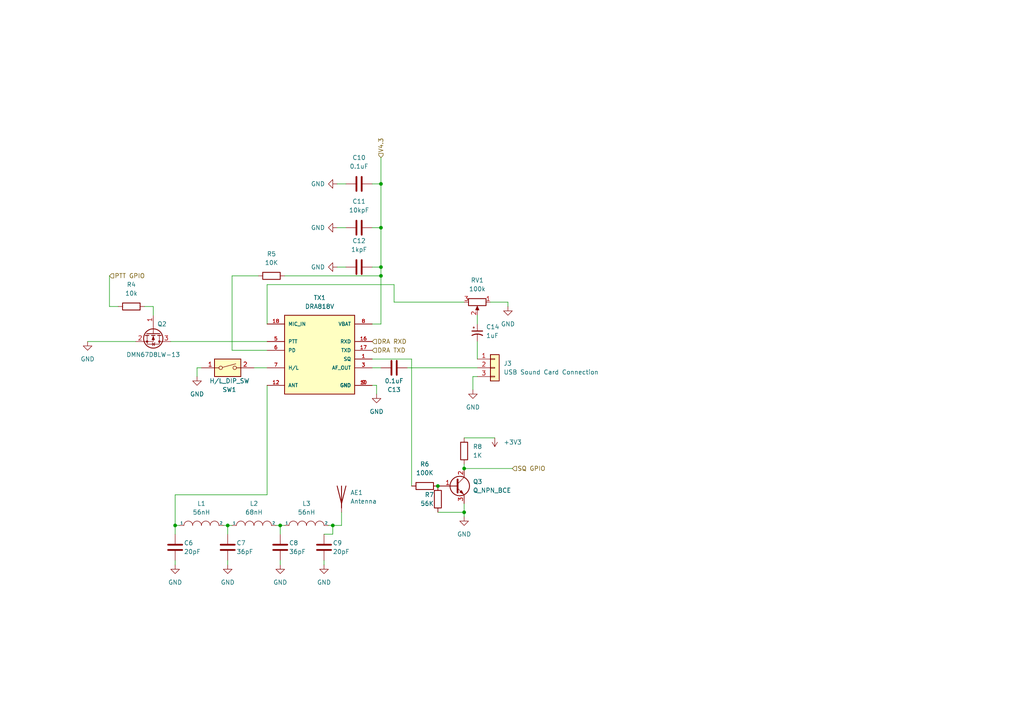
<source format=kicad_sch>
(kicad_sch (version 20211123) (generator eeschema)
  (paper "A4")
  (lib_symbols
    (symbol "Connector_Generic:Conn_01x03" (pin_names (offset 1.016) hide)
      (property "Reference" "J" (at 0 5.08 0))
      (property "Value" "Conn_01x03" (at 0 -5.08 0))
      (symbol "Conn_01x03_1_1"
        (rectangle (start -1.27 -2.413) (end 0 -2.667) (stroke (width 0.1524)))
        (rectangle (start -1.27 0.127) (end 0 -0.127) (stroke (width 0.1524)))
        (rectangle (start -1.27 2.667) (end 0 2.413) (stroke (width 0.1524)))
        (rectangle (start -1.27 3.81) (end 1.27 -3.81) (stroke (width 0.254)) (fill (type background)))
        (pin passive line (at -5.08 2.54 0) (length 3.81) (name "Pin_1") (number "1"))
        (pin passive line (at -5.08 0 0) (length 3.81) (name "Pin_2") (number "2"))
        (pin passive line (at -5.08 -2.54 0) (length 3.81) (name "Pin_3") (number "3"))
      )
    )
    (symbol "DRA818V:DRA818V" (pin_names (offset 1.016))
      (property "Reference" "U" (at -10.1661 13.2159 0))
      (property "Value" "DRA818V" (at -10.1663 -12.7078 0))
      (symbol "DRA818V_0_0"
        (rectangle (start -10.16 -10.16) (end 10.16 12.7) (stroke (width 0.254)) (fill (type background)))
        (pin output line (at 15.24 0 180) (length 5.08) (name "SQ") (number "1"))
        (pin power_in line (at 15.24 -7.62 180) (length 5.08) (name "GND") (number "10"))
        (pin passive line (at -15.24 -7.62 0) (length 5.08) (name "ANT") (number "12"))
        (pin input line (at 15.24 5.08 180) (length 5.08) (name "RXD") (number "16"))
        (pin output line (at 15.24 2.54 180) (length 5.08) (name "TXD") (number "17"))
        (pin input line (at -15.24 10.16 0) (length 5.08) (name "MIC_IN") (number "18"))
        (pin output line (at 15.24 -2.54 180) (length 5.08) (name "AF_OUT") (number "3"))
        (pin input line (at -15.24 5.08 0) (length 5.08) (name "PTT") (number "5"))
        (pin input line (at -15.24 2.54 0) (length 5.08) (name "PD") (number "6"))
        (pin input line (at -15.24 -2.54 0) (length 5.08) (name "H/L") (number "7"))
        (pin power_in line (at 15.24 10.16 180) (length 5.08) (name "VBAT") (number "8"))
        (pin power_in line (at 15.24 -7.62 180) (length 5.08) (name "GND") (number "9"))
      )
    )
    (symbol "Device:Antenna" (pin_numbers hide) (pin_names (offset 1.016) hide)
      (property "Reference" "AE" (at -1.905 1.905 0))
      (property "Value" "Antenna" (at -1.905 0 0))
      (symbol "Antenna_0_1"
        (polyline (pts (xy 0 2.54) (xy 0 -3.81)) (stroke (width 0.254)))
        (polyline (pts (xy 1.27 2.54) (xy 0 -2.54) (xy -1.27 2.54)) (stroke (width 0.254)))
      )
      (symbol "Antenna_1_1"
        (pin input line (at 0 -5.08 90) (length 2.54) (name "A") (number "1"))
      )
    )
    (symbol "Device:C" (pin_numbers hide) (pin_names (offset 0.254))
      (property "Reference" "C" (at 0.635 2.54 0))
      (property "Value" "C" (at 0.635 -2.54 0))
      (symbol "C_0_1"
        (polyline (pts (xy -2.032 -0.762) (xy 2.032 -0.762)) (stroke (width 0.508)))
        (polyline (pts (xy -2.032 0.762) (xy 2.032 0.762)) (stroke (width 0.508)))
      )
      (symbol "C_1_1"
        (pin passive line (at 0 3.81 270) (length 2.794) (name "~") (number "1"))
        (pin passive line (at 0 -3.81 90) (length 2.794) (name "~") (number "2"))
      )
    )
    (symbol "Device:C_Polarized_Small_US" (pin_numbers hide) (pin_names (offset 0.254) hide)
      (property "Reference" "C" (at 0.254 1.778 0))
      (property "Value" "C_Polarized_Small_US" (at 0.254 -2.032 0))
      (symbol "C_Polarized_Small_US_0_1"
        (polyline (pts (xy -1.524 0.508) (xy 1.524 0.508)) (stroke (width 0.3048)))
        (polyline (pts (xy -1.27 1.524) (xy -0.762 1.524)))
        (polyline (pts (xy -1.016 1.27) (xy -1.016 1.778)))
        (arc (start 1.524 -0.762) (mid 0 -0.3734) (end -1.524 -0.762) (stroke (width 0.3048)))
      )
      (symbol "C_Polarized_Small_US_1_1"
        (pin passive line (at 0 2.54 270) (length 2.032) (name "~") (number "1"))
        (pin passive line (at 0 -2.54 90) (length 2.032) (name "~") (number "2"))
      )
    )
    (symbol "Device:Q_NPN_BCE" (pin_names (offset 0) hide)
      (property "Reference" "Q" (at 5.08 1.27 0))
      (property "Value" "Q_NPN_BCE" (at 5.08 -1.27 0))
      (symbol "Q_NPN_BCE_0_1"
        (polyline (pts (xy 0.635 0.635) (xy 2.54 2.54)))
        (polyline (pts (xy 0.635 -0.635) (xy 2.54 -2.54) (xy 2.54 -2.54)))
        (polyline (pts (xy 0.635 1.905) (xy 0.635 -1.905) (xy 0.635 -1.905)) (stroke (width 0.508)))
        (polyline (pts (xy 1.27 -1.778) (xy 1.778 -1.27) (xy 2.286 -2.286) (xy 1.27 -1.778) (xy 1.27 -1.778)) (fill (type outline)))
        (circle (center 1.27 0) (radius 2.8194) (stroke (width 0.254)))
      )
      (symbol "Q_NPN_BCE_1_1"
        (pin input line (at -5.08 0 0) (length 5.715) (name "B") (number "1"))
        (pin passive line (at 2.54 5.08 270) (length 2.54) (name "C") (number "2"))
        (pin passive line (at 2.54 -5.08 90) (length 2.54) (name "E") (number "3"))
      )
    )
    (symbol "Device:R" (pin_numbers hide) (pin_names (offset 0))
      (property "Reference" "R" (at 2.032 0 90))
      (property "Value" "R" (at 0 0 90))
      (symbol "R_0_1"
        (rectangle (start -1.016 -2.54) (end 1.016 2.54) (stroke (width 0.254)))
      )
      (symbol "R_1_1"
        (pin passive line (at 0 3.81 270) (length 1.27) (name "~") (number "1"))
        (pin passive line (at 0 -3.81 90) (length 1.27) (name "~") (number "2"))
      )
    )
    (symbol "Device:R_Potentiometer" (pin_names (offset 1.016) hide)
      (property "Reference" "RV" (at -4.445 0 90))
      (property "Value" "R_Potentiometer" (at -2.54 0 90))
      (symbol "R_Potentiometer_0_1"
        (polyline (pts (xy 2.54 0) (xy 1.524 0)))
        (polyline (pts (xy 1.143 0) (xy 2.286 0.508) (xy 2.286 -0.508) (xy 1.143 0)) (fill (type outline)))
        (rectangle (start 1.016 2.54) (end -1.016 -2.54) (stroke (width 0.254)))
      )
      (symbol "R_Potentiometer_1_1"
        (pin passive line (at 0 3.81 270) (length 1.27) (name "1") (number "1"))
        (pin passive line (at 3.81 0 180) (length 1.27) (name "2") (number "2"))
        (pin passive line (at 0 -3.81 90) (length 1.27) (name "3") (number "3"))
      )
    )
    (symbol "Switch:SW_DIP_x01" (pin_names (offset 0) hide)
      (property "Reference" "SW" (at 0 3.81 0))
      (property "Value" "SW_DIP_x01" (at 0 -3.81 0))
      (symbol "SW_DIP_x01_0_0"
        (circle (center -2.032 0) (radius 0.508))
        (polyline (pts (xy -1.524 0.127) (xy 2.3622 1.1684)))
        (circle (center 2.032 0) (radius 0.508))
      )
      (symbol "SW_DIP_x01_0_1"
        (rectangle (start -3.81 2.54) (end 3.81 -2.54) (stroke (width 0.254)) (fill (type background)))
      )
      (symbol "SW_DIP_x01_1_1"
        (pin passive line (at -7.62 0 0) (length 5.08) (name "~") (number "1"))
        (pin passive line (at 7.62 0 180) (length 5.08) (name "~") (number "2"))
      )
    )
    (symbol "Transistor_FET:2N7002K" (pin_names hide)
      (property "Reference" "Q" (at 5.08 1.905 0))
      (property "Value" "2N7002K" (at 5.08 0 0))
      (symbol "2N7002K_0_1"
        (polyline (pts (xy 0.254 0) (xy -2.54 0)))
        (polyline (pts (xy 0.254 1.905) (xy 0.254 -1.905)) (stroke (width 0.254)))
        (polyline (pts (xy 0.762 -1.27) (xy 0.762 -2.286)) (stroke (width 0.254)))
        (polyline (pts (xy 0.762 0.508) (xy 0.762 -0.508)) (stroke (width 0.254)))
        (polyline (pts (xy 0.762 2.286) (xy 0.762 1.27)) (stroke (width 0.254)))
        (polyline (pts (xy 2.54 2.54) (xy 2.54 1.778)))
        (polyline (pts (xy 2.54 -2.54) (xy 2.54 0) (xy 0.762 0)))
        (polyline (pts (xy 0.762 -1.778) (xy 3.302 -1.778) (xy 3.302 1.778) (xy 0.762 1.778)))
        (polyline (pts (xy 1.016 0) (xy 2.032 0.381) (xy 2.032 -0.381) (xy 1.016 0)) (fill (type outline)))
        (polyline (pts (xy 2.794 0.508) (xy 2.921 0.381) (xy 3.683 0.381) (xy 3.81 0.254)))
        (polyline (pts (xy 3.302 0.381) (xy 2.921 -0.254) (xy 3.683 -0.254) (xy 3.302 0.381)))
        (circle (center 1.651 0) (radius 2.794) (stroke (width 0.254)))
        (circle (center 2.54 -1.778) (radius 0.254) (fill (type outline)))
        (circle (center 2.54 1.778) (radius 0.254) (fill (type outline)))
      )
      (symbol "2N7002K_1_1"
        (pin input line (at -5.08 0 0) (length 2.54) (name "G") (number "1"))
        (pin passive line (at 2.54 -5.08 90) (length 2.54) (name "S") (number "2"))
        (pin passive line (at 2.54 5.08 270) (length 2.54) (name "D") (number "3"))
      )
    )
    (symbol "power:+3V3" (power) (pin_names (offset 0))
      (property "Value" "+3V3" (at 0 3.556 0))
      (symbol "+3V3_0_1"
        (polyline (pts (xy -0.762 1.27) (xy 0 2.54)))
        (polyline (pts (xy 0 0) (xy 0 2.54)))
        (polyline (pts (xy 0 2.54) (xy 0.762 1.27)))
      )
      (symbol "+3V3_1_1"
        (pin power_in line (at 0 0 90) (length 0) hide (name "+3V3") (number "1"))
      )
    )
    (symbol "power:GND" (power) (pin_names (offset 0))
      (property "Value" "GND" (at 0 -3.81 0))
      (symbol "GND_0_1"
        (polyline (pts (xy 0 0) (xy 0 -1.27) (xy 1.27 -1.27) (xy 0 -2.54) (xy -1.27 -1.27) (xy 0 -1.27)))
      )
      (symbol "GND_1_1"
        (pin power_in line (at 0 0 270) (length 0) hide (name "GND") (number "1"))
      )
    )
    (symbol "pspice:INDUCTOR" (pin_numbers hide) (pin_names (offset 0))
      (property "Reference" "L" (at 0 2.54 0))
      (property "Value" "INDUCTOR" (at 0 -1.27 0))
      (symbol "INDUCTOR_0_1"
        (arc (start -2.54 0) (mid -3.81 1.27) (end -5.08 0))
        (arc (start 0 0) (mid -1.27 1.27) (end -2.54 0))
        (arc (start 2.54 0) (mid 1.27 1.27) (end 0 0))
        (arc (start 5.08 0) (mid 3.81 1.27) (end 2.54 0))
      )
      (symbol "INDUCTOR_1_1"
        (pin input line (at -6.35 0 0) (length 1.27) (name "1") (number "1"))
        (pin input line (at 6.35 0 180) (length 1.27) (name "2") (number "2"))
      )
    )
  )
  (junction (at 110.49 80.01))
  (junction (at 110.49 66.04))
  (junction (at 134.62 135.89))
  (junction (at 66.04 152.4))
  (junction (at 127 140.97))
  (junction (at 50.8 152.4))
  (junction (at 110.49 53.34))
  (junction (at 110.49 77.47))
  (junction (at 134.62 148.59))
  (junction (at 96.52 152.4))
  (junction (at 81.28 152.4))
  (wire (pts (xy 82.55 80.01) (xy 110.49 80.01)))
  (wire (pts (xy 81.28 162.56) (xy 81.28 163.83)))
  (wire (pts (xy 118.11 106.68) (xy 138.43 106.68)))
  (wire (pts (xy 96.52 152.4) (xy 99.06 152.4)))
  (wire (pts (xy 64.77 152.4) (xy 66.04 152.4)))
  (wire (pts (xy 147.32 87.63) (xy 147.32 88.9)))
  (wire (pts (xy 58.42 106.68) (xy 57.15 106.68)))
  (wire (pts (xy 110.49 80.01) (xy 110.49 93.98)))
  (wire (pts (xy 66.04 162.56) (xy 66.04 163.83)))
  (wire (pts (xy 57.15 106.68) (xy 57.15 109.22)))
  (wire (pts (xy 107.95 77.47) (xy 110.49 77.47)))
  (wire (pts (xy 134.62 87.63) (xy 114.3 87.63)))
  (wire (pts (xy 97.79 77.47) (xy 100.33 77.47)))
  (wire (pts (xy 77.47 143.51) (xy 77.47 111.76)))
  (wire (pts (xy 41.91 88.9) (xy 44.45 88.9)))
  (wire (pts (xy 81.28 152.4) (xy 81.28 154.94)))
  (wire (pts (xy 77.47 82.55) (xy 77.47 93.98)))
  (wire (pts (xy 138.43 91.44) (xy 138.43 93.98)))
  (wire (pts (xy 134.62 135.89) (xy 148.59 135.89)))
  (wire (pts (xy 50.8 162.56) (xy 50.8 163.83)))
  (wire (pts (xy 138.43 109.22) (xy 137.16 109.22)))
  (wire (pts (xy 67.31 101.6) (xy 67.31 80.01)))
  (wire (pts (xy 66.04 152.4) (xy 66.04 154.94)))
  (wire (pts (xy 134.62 127) (xy 143.51 127)))
  (wire (pts (xy 50.8 143.51) (xy 77.47 143.51)))
  (wire (pts (xy 109.22 111.76) (xy 109.22 114.3)))
  (wire (pts (xy 44.45 88.9) (xy 44.45 91.44)))
  (wire (pts (xy 96.52 152.4) (xy 96.52 154.94)))
  (wire (pts (xy 25.4 99.06) (xy 39.37 99.06)))
  (wire (pts (xy 114.3 87.63) (xy 114.3 82.55)))
  (wire (pts (xy 119.38 104.14) (xy 119.38 140.97)))
  (wire (pts (xy 93.98 154.94) (xy 96.52 154.94)))
  (wire (pts (xy 110.49 53.34) (xy 110.49 66.04)))
  (wire (pts (xy 107.95 53.34) (xy 110.49 53.34)))
  (wire (pts (xy 50.8 152.4) (xy 50.8 143.51)))
  (wire (pts (xy 93.98 162.56) (xy 93.98 163.83)))
  (wire (pts (xy 110.49 77.47) (xy 110.49 80.01)))
  (wire (pts (xy 137.16 109.22) (xy 137.16 113.03)))
  (wire (pts (xy 134.62 148.59) (xy 134.62 149.86)))
  (wire (pts (xy 99.06 148.59) (xy 99.06 152.4)))
  (wire (pts (xy 95.25 152.4) (xy 96.52 152.4)))
  (wire (pts (xy 138.43 99.06) (xy 138.43 104.14)))
  (wire (pts (xy 80.01 152.4) (xy 81.28 152.4)))
  (wire (pts (xy 50.8 152.4) (xy 52.07 152.4)))
  (wire (pts (xy 127 148.59) (xy 134.62 148.59)))
  (wire (pts (xy 134.62 134.62) (xy 134.62 135.89)))
  (wire (pts (xy 66.04 152.4) (xy 67.31 152.4)))
  (wire (pts (xy 50.8 154.94) (xy 50.8 152.4)))
  (wire (pts (xy 107.95 111.76) (xy 109.22 111.76)))
  (wire (pts (xy 107.95 66.04) (xy 110.49 66.04)))
  (wire (pts (xy 31.75 80.01) (xy 31.75 88.9)))
  (wire (pts (xy 134.62 146.05) (xy 134.62 148.59)))
  (wire (pts (xy 97.79 66.04) (xy 100.33 66.04)))
  (wire (pts (xy 107.95 93.98) (xy 110.49 93.98)))
  (wire (pts (xy 31.75 88.9) (xy 34.29 88.9)))
  (wire (pts (xy 110.49 45.72) (xy 110.49 53.34)))
  (wire (pts (xy 114.3 82.55) (xy 77.47 82.55)))
  (wire (pts (xy 110.49 66.04) (xy 110.49 77.47)))
  (wire (pts (xy 107.95 104.14) (xy 119.38 104.14)))
  (wire (pts (xy 67.31 101.6) (xy 77.47 101.6)))
  (wire (pts (xy 81.28 152.4) (xy 82.55 152.4)))
  (wire (pts (xy 97.79 53.34) (xy 100.33 53.34)))
  (wire (pts (xy 67.31 80.01) (xy 74.93 80.01)))
  (wire (pts (xy 49.53 99.06) (xy 77.47 99.06)))
  (wire (pts (xy 142.24 87.63) (xy 147.32 87.63)))
  (wire (pts (xy 107.95 106.68) (xy 110.49 106.68)))
  (wire (pts (xy 73.66 106.68) (xy 77.47 106.68)))
  (hierarchical_label "V4.3" (shape input) (at 110.49 45.72 90))
  (hierarchical_label "DRA TXD" (shape input) (at 107.95 101.6 0))
  (hierarchical_label "DRA RXD" (shape input) (at 107.95 99.06 0))
  (hierarchical_label "SQ GPIO" (shape input) (at 148.59 135.89 0))
  (hierarchical_label "PTT GPIO" (shape input) (at 31.75 80.01 0))
  (symbol (lib_id "Device:R") (at 134.62 130.81 0) (unit 1)
    (property "Reference" "R8" (at 137.16 129.5399 0) (effects (justify left)))
    (property "Value" "1K" (at 137.16 132.0799 0) (effects (justify left)))
    (property "Footprint" "Resistor_SMD:R_0603_1608Metric_Pad0.98x0.95mm_HandSolder" (effects hide))
    (property "Digikey" "https://www.digikey.com/short/f10jtr77" (effects hide))
    (property "Unit Price" "0.10" (effects hide))
  )
  (symbol (lib_id "pspice:INDUCTOR") (at 73.66 152.4 0) (unit 1)
    (property "Reference" "L2" (at 73.66 146.05 0))
    (property "Value" "68nH" (at 73.66 148.59 0))
    (property "Footprint" "footprints:IND_AIAC-1812-33NK-T" (effects hide))
    (property "Digikey" "https://www.digikey.com/short/p9jjjhfr" (effects hide))
    (property "Unit Price" ".63" (effects hide))
  )
  (symbol (lib_id "power:GND") (at 97.79 77.47 270) (unit 1)
    (property "Reference" "#PWR0130" (effects hide))
    (property "Value" "GND" (at 90.17 77.47 90) (effects (justify left)))
  )
  (symbol (lib_id "power:GND") (at 97.79 53.34 270) (unit 1)
    (property "Reference" "#PWR0128" (effects hide))
    (property "Value" "GND" (at 90.17 53.34 90) (effects (justify left)))
  )
  (symbol (lib_id "power:GND") (at 93.98 163.83 0) (unit 1)
    (property "Reference" "#PWR0136" (effects hide))
    (property "Value" "GND" (at 93.98 168.91 0))
  )
  (symbol (lib_id "pspice:INDUCTOR") (at 88.9 152.4 0) (unit 1)
    (property "Reference" "L3" (at 88.9 146.05 0))
    (property "Value" "56nH" (at 88.9 148.59 0))
    (property "Footprint" "footprints:IND_AIAC-1812-33NK-T" (effects hide))
    (property "Digikey" "https://www.digikey.com/short/9vrrnz3q" (effects hide))
    (property "Unit Price" ".67" (effects hide))
  )
  (symbol (lib_id "power:GND") (at 147.32 88.9 0) (unit 1)
    (property "Reference" "#PWR0126" (effects hide))
    (property "Value" "GND" (at 147.32 93.98 0))
  )
  (symbol (lib_id "Device:C") (at 114.3 106.68 90) (unit 1)
    (property "Reference" "C13" (at 114.3 113.03 90))
    (property "Value" "0.1uF" (at 114.3 110.49 90))
    (property "Footprint" "Capacitor_SMD:C_0603_1608Metric_Pad1.08x0.95mm_HandSolder" (effects hide))
    (property "Digikey" "https://www.digikey.com/short/3wn2fdb2" (effects hide))
    (property "Unit Price" "0.10" (effects hide))
  )
  (symbol (lib_id "power:GND") (at 134.62 149.86 0) (unit 1)
    (property "Reference" "#PWR0127" (effects hide))
    (property "Value" "GND" (at 134.62 154.94 0))
  )
  (symbol (lib_id "power:GND") (at 81.28 163.83 0) (unit 1)
    (property "Reference" "#PWR0134" (effects hide))
    (property "Value" "GND" (at 81.28 168.91 0))
  )
  (symbol (lib_id "Connector_Generic:Conn_01x03") (at 143.51 106.68 0) (unit 1)
    (property "Reference" "J3" (at 146.05 105.4099 0) (effects (justify left)))
    (property "Value" "USB Sound Card Connection" (at 146.05 107.9499 0) (effects (justify left)))
    (property "Footprint" "Connector_PinHeader_2.54mm:PinHeader_1x03_P2.54mm_Vertical" (effects hide))
    (property "Digikey" "Already Have" (effects hide))
  )
  (symbol (lib_id "power:GND") (at 50.8 163.83 0) (unit 1)
    (property "Reference" "#PWR0135" (effects hide))
    (property "Value" "GND" (at 50.8 168.91 0))
  )
  (symbol (lib_id "Device:C") (at 104.14 53.34 90) (unit 1)
    (property "Reference" "C10" (at 104.14 45.72 90))
    (property "Value" "0.1uF" (at 104.14 48.26 90))
    (property "Footprint" "Capacitor_SMD:C_0603_1608Metric_Pad1.08x0.95mm_HandSolder" (effects hide))
    (property "Digikey" "https://www.digikey.com/short/3wn2fdb2" (effects hide))
    (property "Unit Price" "0.10" (effects hide))
  )
  (symbol (lib_id "Device:R") (at 123.19 140.97 90) (unit 1)
    (property "Reference" "R6" (at 123.19 134.62 90))
    (property "Value" "100K" (at 123.19 137.16 90))
    (property "Footprint" "Resistor_SMD:R_0603_1608Metric_Pad0.98x0.95mm_HandSolder" (effects hide))
    (property "Digikey" "https://www.digikey.com/short/djq9jdpp" (effects hide))
    (property "Unit Price" "0.10" (effects hide))
  )
  (symbol (lib_id "Device:C") (at 81.28 158.75 0) (unit 1)
    (property "Reference" "C8" (at 83.82 157.48 0) (effects (justify left)))
    (property "Value" "36pF" (at 83.82 160.02 0) (effects (justify left)))
    (property "Footprint" "Capacitor_SMD:C_0603_1608Metric_Pad1.08x0.95mm_HandSolder" (effects hide))
    (property "Digikey" "https://www.digikey.com/short/327pncbq" (effects hide))
    (property "Unit Price" "0.10" (effects hide))
  )
  (symbol (lib_id "power:GND") (at 137.16 113.03 0) (unit 1)
    (property "Reference" "#PWR0122" (effects hide))
    (property "Value" "GND" (at 137.16 118.11 0))
  )
  (symbol (lib_id "power:+3V3") (at 143.51 127 180) (unit 1)
    (property "Reference" "#PWR0123" (effects hide))
    (property "Value" "+3V3" (at 146.05 128.2699 0) (effects (justify right)))
  )
  (symbol (lib_id "Device:C") (at 50.8 158.75 0) (unit 1)
    (property "Reference" "C6" (at 53.34 157.48 0) (effects (justify left)))
    (property "Value" "20pF" (at 53.34 160.02 0) (effects (justify left)))
    (property "Footprint" "Capacitor_SMD:C_0603_1608Metric_Pad1.08x0.95mm_HandSolder" (effects hide))
    (property "Digikey" "https://www.digikey.com/short/fmjn8mbp" (effects hide))
    (property "Unit Price" "0.10" (effects hide))
  )
  (symbol (lib_id "Device:Antenna") (at 99.06 143.51 0) (unit 1)
    (property "Reference" "AE1" (at 101.6 142.8749 0) (effects (justify left)))
    (property "Value" "Antenna" (at 101.6 145.4149 0) (effects (justify left)))
    (property "Footprint" "footprints:LINX_CONSMA001-G" (effects hide))
  )
  (symbol (lib_id "Device:C") (at 93.98 158.75 0) (unit 1)
    (property "Reference" "C9" (at 96.52 157.48 0) (effects (justify left)))
    (property "Value" "20pF" (at 96.52 160.02 0) (effects (justify left)))
    (property "Footprint" "Capacitor_SMD:C_0603_1608Metric_Pad1.08x0.95mm_HandSolder" (effects hide))
    (property "Digikey" "https://www.digikey.com/short/fmjn8mbp" (effects hide))
    (property "Unit Price" "0.10" (effects hide))
  )
  (symbol (lib_id "Device:R_Potentiometer") (at 138.43 87.63 270) (unit 1)
    (property "Reference" "RV1" (at 138.43 81.28 90))
    (property "Value" "100k" (at 138.43 83.82 90))
    (property "Footprint" "footprints:TRIM_3361P-1-104GLF" (effects hide))
    (property "Digikey" "https://www.digikey.com/short/vp58mvrf" (effects hide))
    (property "Unit Price" "1.27" (effects hide))
  )
  (symbol (lib_id "power:GND") (at 109.22 114.3 0) (unit 1)
    (property "Reference" "#PWR0125" (effects hide))
    (property "Value" "GND" (at 109.22 119.38 0))
  )
  (symbol (lib_id "Switch:SW_DIP_x01") (at 66.04 106.68 0) (unit 1)
    (property "Reference" "SW1" (at 68.58 113.03 0) (effects (justify right)))
    (property "Value" "H/L_DIP_SW" (at 72.39 110.49 0) (effects (justify right)))
    (property "Footprint" "Button_Switch_THT:SW_DIP_SPSTx01_Slide_6.7x4.1mm_W7.62mm_P2.54mm_LowProfile" (effects hide))
    (property "Digikey" "https://www.digikey.com/short/hh7p03qq" (effects hide))
    (property "Unit Price" "0.42" (effects hide))
  )
  (symbol (lib_id "Device:R") (at 78.74 80.01 90) (unit 1)
    (property "Reference" "R5" (at 78.74 73.66 90))
    (property "Value" "10K" (at 78.74 76.2 90))
    (property "Footprint" "Resistor_SMD:R_0805_2012Metric_Pad1.20x1.40mm_HandSolder" (effects hide))
    (property "Digikey" "https://www.digikey.com/short/qp0zwmnj" (effects hide))
    (property "Unit Price" "0.10" (effects hide))
  )
  (symbol (lib_id "Transistor_FET:2N7002K") (at 44.45 96.52 270) (unit 1)
    (property "Reference" "Q2" (at 46.99 93.98 90))
    (property "Value" "DMN67D8LW-13" (at 44.45 102.87 90))
    (property "Footprint" "Package_TO_SOT_SMD:SOT-323_SC-70_Handsoldering" (effects hide))
    (property "Datasheet" "https://www.diodes.com/assets/Datasheets/ds30896.pdf" (effects hide))
    (property "Digikey" "https://www.digikey.com/short/vpj3wh87" (effects hide))
    (property "Unit Price" "0.26" (effects hide))
  )
  (symbol (lib_id "Device:C") (at 104.14 66.04 90) (unit 1)
    (property "Reference" "C11" (at 104.14 58.42 90))
    (property "Value" "10kpF" (at 104.14 60.96 90))
    (property "Footprint" "Capacitor_SMD:C_0603_1608Metric_Pad1.08x0.95mm_HandSolder" (effects hide))
    (property "Digikey" "https://www.digikey.com/short/0b20twhm" (effects hide))
    (property "Unit Price" "0.10" (effects hide))
  )
  (symbol (lib_id "Device:C_Polarized_Small_US") (at 138.43 96.52 0) (unit 1)
    (property "Reference" "C14" (at 140.97 94.8181 0) (effects (justify left)))
    (property "Value" "1uF" (at 140.97 97.3581 0) (effects (justify left)))
    (property "Footprint" "Capacitor_SMD:C_0603_1608Metric_Pad1.08x0.95mm_HandSolder" (effects hide))
    (property "Digikey" "https://www.digikey.com/short/mb0p55bt" (effects hide))
    (property "Unit Price" "0.10" (effects hide))
  )
  (symbol (lib_id "power:GND") (at 57.15 109.22 0) (unit 1)
    (property "Reference" "#PWR0131" (effects hide))
    (property "Value" "GND" (at 57.15 114.3 0))
  )
  (symbol (lib_id "Device:C") (at 66.04 158.75 0) (unit 1)
    (property "Reference" "C7" (at 68.58 157.48 0) (effects (justify left)))
    (property "Value" "36pF" (at 68.58 160.02 0) (effects (justify left)))
    (property "Footprint" "Capacitor_SMD:C_0603_1608Metric_Pad1.08x0.95mm_HandSolder" (effects hide))
    (property "Digikey" "https://www.digikey.com/short/327pncbq" (effects hide))
    (property "Unit Price" "0.10" (effects hide))
  )
  (symbol (lib_id "DRA818V:DRA818V") (at 92.71 104.14 0) (unit 1)
    (property "Reference" "TX1" (at 92.71 86.36 0))
    (property "Value" "DRA818V" (at 92.71 88.9 0))
    (property "Footprint" "footprints:DORJI_DRA818V" (effects hide))
    (property "MANUFACTURER" "DORJI" (effects hide))
    (property "STANDARD" "MANUFACTURER RECOMMENDATIONS" (effects hide))
    (property "PART_REV" "1.23" (effects hide))
    (property "Digikey" "eBay" (effects hide))
    (property "Unit Price" "12.28" (effects hide))
  )
  (symbol (lib_id "Device:Q_NPN_BCE") (at 132.08 140.97 0) (unit 1)
    (property "Reference" "Q3" (at 137.16 139.6999 0) (effects (justify left)))
    (property "Value" "Q_NPN_BCE" (at 137.16 142.2399 0) (effects (justify left)))
    (property "Footprint" "Package_TO_SOT_SMD:SOT-23" (effects hide))
    (property "Digikey" "https://www.digikey.com/short/b477vdt4" (effects hide))
    (property "Unit Price" "$0.18" (effects hide))
  )
  (symbol (lib_id "power:GND") (at 97.79 66.04 270) (unit 1)
    (property "Reference" "#PWR0129" (effects hide))
    (property "Value" "GND" (at 90.17 66.04 90) (effects (justify left)))
  )
  (symbol (lib_id "Device:R") (at 127 144.78 0) (unit 1)
    (property "Reference" "R7" (at 123.19 143.51 0) (effects (justify left)))
    (property "Value" "56K" (at 121.92 146.05 0) (effects (justify left)))
    (property "Footprint" "Resistor_SMD:R_0603_1608Metric_Pad0.98x0.95mm_HandSolder" (effects hide))
    (property "Digikey" "https://www.digikey.com/short/bj31bf3h" (effects hide))
    (property "Unit Price" "0.10" (effects hide))
  )
  (symbol (lib_id "power:GND") (at 25.4 99.06 0) (unit 1)
    (property "Reference" "#PWR0132" (effects hide))
    (property "Value" "GND" (at 25.4 104.14 0))
  )
  (symbol (lib_id "Device:C") (at 104.14 77.47 90) (unit 1)
    (property "Reference" "C12" (at 104.14 69.85 90))
    (property "Value" "1kpF" (at 104.14 72.39 90))
    (property "Footprint" "Capacitor_SMD:C_0603_1608Metric_Pad1.08x0.95mm_HandSolder" (effects hide))
    (property "Digikey" "https://www.digikey.com/short/wt1rq83j" (effects hide))
    (property "Unit Price" "0.10" (effects hide))
  )
  (symbol (lib_id "pspice:INDUCTOR") (at 58.42 152.4 0) (unit 1)
    (property "Reference" "L1" (at 58.42 146.05 0))
    (property "Value" "56nH" (at 58.42 148.59 0))
    (property "Footprint" "footprints:IND_AIAC-1812-33NK-T" (effects hide))
    (property "Digikey" "https://www.digikey.com/short/9vrrnz3q" (effects hide))
    (property "Unit Price" ".67" (effects hide))
  )
  (symbol (lib_id "Device:R") (at 38.1 88.9 90) (unit 1)
    (property "Reference" "R4" (at 38.1 82.55 90))
    (property "Value" "10k" (at 38.1 85.09 90))
    (property "Footprint" "Resistor_SMD:R_0805_2012Metric_Pad1.20x1.40mm_HandSolder" (effects hide))
    (property "Digikey" "https://www.digikey.com/short/qp0zwmnj" (effects hide))
    (property "Unit Price" "0.10" (effects hide))
  )
  (symbol (lib_id "power:GND") (at 66.04 163.83 0) (unit 1)
    (property "Reference" "#PWR0133" (effects hide))
    (property "Value" "GND" (at 66.04 168.91 0))
  )
)
</source>
